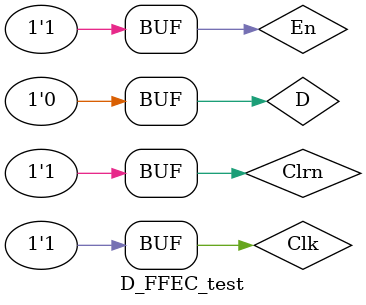
<source format=v>
`timescale 1ns / 1ps


module D_FFEC_test;

	// Inputs
	reg D;
	reg Clk;
	reg En;
	reg Clrn;

	// Outputs
	wire Q;
	wire Qn;

	// Instantiate the Unit Under Test (UUT)
	D_FFEC uut (
		.D(D), 
		.Clk(Clk), 
		.En(En), 
		.Clrn(Clrn), 
		.Q(Q), 
		.Qn(Qn)
	);
    // Clock period definitions
    localparam PERIOD = 20; // 20 ns clock period

    // Clock generation
    always begin
        Clk = 1'b0;
        #(PERIOD/2);
        Clk = 1'b1;
        #(PERIOD/2);
    end
	initial begin
		// Initialize Inputs
		D = 0;
		Clk = 0;
		En = 0;
		Clrn = 0;

		// Wait 100 ns for global reset to finish
		#100;
        
		// Add stimulus here
        // Initialize inputs
        D = 0;
        En = 0;
        Clrn = 1;

        // Wait 100 ns for global reset
        #100;

        // Test case 1: Enable off, D changes
        #PERIOD D = 1;
        #PERIOD D = 0;

        // Test case 2: Enable on, D changes
        #PERIOD En = 1;
        #PERIOD D = 1;
        #PERIOD D = 0;
        #PERIOD D = 1;

        // Test case 3: Clear signal
        #PERIOD Clrn = 0; // Clear Q
        #PERIOD Clrn = 1; // Release clear

        // Test case 4: Enable off, D changes
        #PERIOD En = 0;
        #PERIOD D = 0;
        #PERIOD D = 1;

        // Test case 5: Enable on, D changes with clear
        #PERIOD En = 1;
        #PERIOD D = 1;
        #PERIOD Clrn = 0; // Clear Q
        #PERIOD Clrn = 1; // Release clear
        #PERIOD D = 0;

        // Test case 6: Rapid changes with enable
        #PERIOD En = 1;
        #5 D = 0; // Change D in the middle of the clock cycle
        #5 D = 1;
        #10 D = 0; // Change D just before clock edge
	end
      
endmodule


</source>
